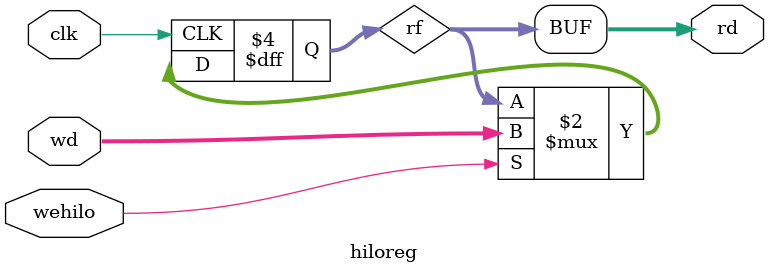
<source format=sv>
module hiloreg(
	output logic [15:0]rd, //read data output
	input logic clk,wehilo, //clock and write enable 
	input logic [15:0]wd //write data input
	);

	reg [15:0] rf;
	//declaring a register file that holds 1 16-bit register (either hi or lo)

	
	always_ff@(posedge clk)begin
		if(wehilo)begin 
			rf <= wd;
		end
	end 

	/*	
	always_ff@(posedge wehilo)begin
		rf <= wd;
	end */

	//if the write signal is enabled then the single 16 bit register is written to
	
	assign rd = rf;
	//read port always reads the single register value

endmodule

			
</source>
